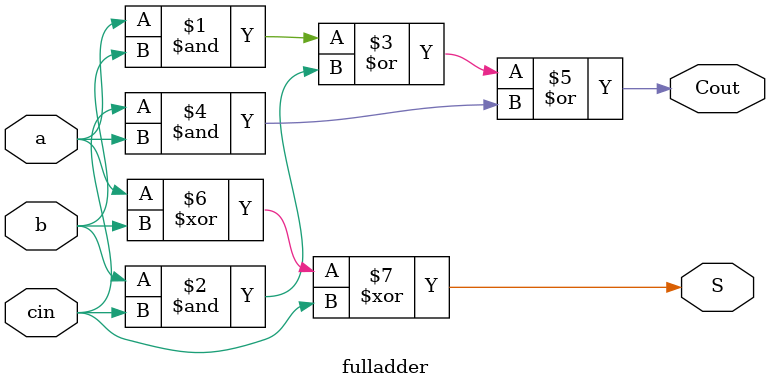
<source format=v>
module Ripple_Carry_Adder #(parameter SIZE=4)(
    input [SIZE-1:0]a,b,
    input cin,
    output [SIZE-1:0]S,Cout
    );
    genvar i;
    fulladder fa0(a[0],b[0],cin,S[0],Cout[0]);
    generate 
        for(i=1;i<SIZE;i=i+1) begin
            fulladder fa(a[i],b[i],Cout[i-1],S[i],Cout[i]);
        end
    endgenerate
endmodule

module fulladder(input a,b,cin,
                 output S,Cout);
     assign {S,Cout}={(a^b^cin),((a&b)|(b&cin)|(cin&a))}; 
endmodule

</source>
